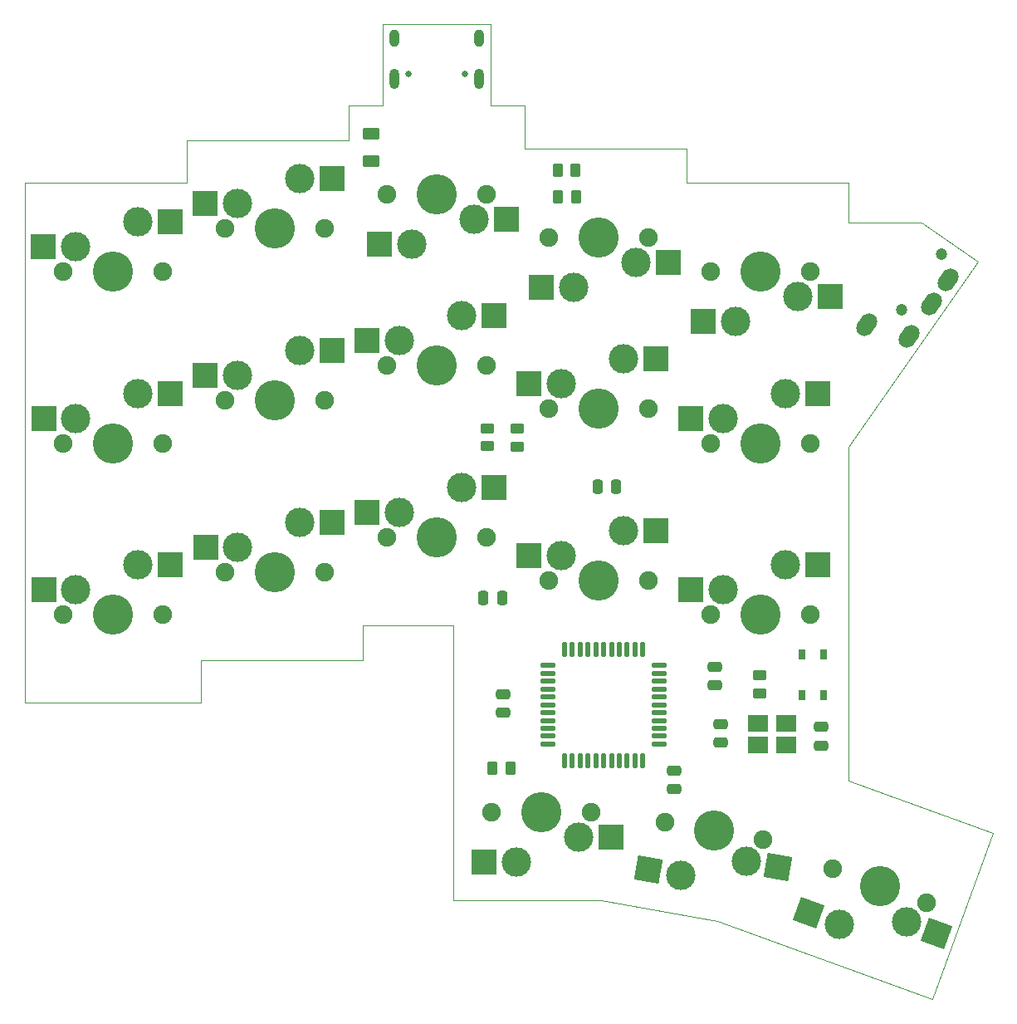
<source format=gbs>
%TF.GenerationSoftware,KiCad,Pcbnew,(6.0.6)*%
%TF.CreationDate,2022-11-13T11:43:50+09:00*%
%TF.ProjectId,split-mini__left,73706c69-742d-46d6-996e-695f5f6c6566,rev?*%
%TF.SameCoordinates,Original*%
%TF.FileFunction,Soldermask,Bot*%
%TF.FilePolarity,Negative*%
%FSLAX46Y46*%
G04 Gerber Fmt 4.6, Leading zero omitted, Abs format (unit mm)*
G04 Created by KiCad (PCBNEW (6.0.6)) date 2022-11-13 11:43:50*
%MOMM*%
%LPD*%
G01*
G04 APERTURE LIST*
G04 Aperture macros list*
%AMRoundRect*
0 Rectangle with rounded corners*
0 $1 Rounding radius*
0 $2 $3 $4 $5 $6 $7 $8 $9 X,Y pos of 4 corners*
0 Add a 4 corners polygon primitive as box body*
4,1,4,$2,$3,$4,$5,$6,$7,$8,$9,$2,$3,0*
0 Add four circle primitives for the rounded corners*
1,1,$1+$1,$2,$3*
1,1,$1+$1,$4,$5*
1,1,$1+$1,$6,$7*
1,1,$1+$1,$8,$9*
0 Add four rect primitives between the rounded corners*
20,1,$1+$1,$2,$3,$4,$5,0*
20,1,$1+$1,$4,$5,$6,$7,0*
20,1,$1+$1,$6,$7,$8,$9,0*
20,1,$1+$1,$8,$9,$2,$3,0*%
%AMHorizOval*
0 Thick line with rounded ends*
0 $1 width*
0 $2 $3 position (X,Y) of the first rounded end (center of the circle)*
0 $4 $5 position (X,Y) of the second rounded end (center of the circle)*
0 Add line between two ends*
20,1,$1,$2,$3,$4,$5,0*
0 Add two circle primitives to create the rounded ends*
1,1,$1,$2,$3*
1,1,$1,$4,$5*%
%AMRotRect*
0 Rectangle, with rotation*
0 The origin of the aperture is its center*
0 $1 length*
0 $2 width*
0 $3 Rotation angle, in degrees counterclockwise*
0 Add horizontal line*
21,1,$1,$2,0,0,$3*%
G04 Aperture macros list end*
%TA.AperFunction,Profile*%
%ADD10C,0.100000*%
%TD*%
%ADD11C,1.900000*%
%ADD12C,3.000000*%
%ADD13C,4.100000*%
%ADD14R,2.550000X2.500000*%
%ADD15C,0.650000*%
%ADD16O,1.000000X1.800000*%
%ADD17O,1.000000X2.100000*%
%ADD18RotRect,2.550000X2.500000X350.000000*%
%ADD19C,1.200000*%
%ADD20HorizOval,1.700000X-0.229431X-0.327661X0.229431X0.327661X0*%
%ADD21RotRect,2.550000X2.500000X340.000000*%
%ADD22RoundRect,0.137500X-0.137500X0.600000X-0.137500X-0.600000X0.137500X-0.600000X0.137500X0.600000X0*%
%ADD23RoundRect,0.137500X-0.600000X0.137500X-0.600000X-0.137500X0.600000X-0.137500X0.600000X0.137500X0*%
%ADD24RoundRect,0.250000X-0.625000X0.375000X-0.625000X-0.375000X0.625000X-0.375000X0.625000X0.375000X0*%
%ADD25RoundRect,0.250000X0.262500X0.450000X-0.262500X0.450000X-0.262500X-0.450000X0.262500X-0.450000X0*%
%ADD26RoundRect,0.250000X-0.262500X-0.450000X0.262500X-0.450000X0.262500X0.450000X-0.262500X0.450000X0*%
%ADD27RoundRect,0.250000X0.250000X0.475000X-0.250000X0.475000X-0.250000X-0.475000X0.250000X-0.475000X0*%
%ADD28RoundRect,0.250000X-0.475000X0.250000X-0.475000X-0.250000X0.475000X-0.250000X0.475000X0.250000X0*%
%ADD29R,0.650000X1.050000*%
%ADD30R,2.100000X1.800000*%
%ADD31RoundRect,0.250000X0.475000X-0.250000X0.475000X0.250000X-0.475000X0.250000X-0.475000X-0.250000X0*%
%ADD32RoundRect,0.250000X0.450000X-0.262500X0.450000X0.262500X-0.450000X0.262500X-0.450000X-0.262500X0*%
%ADD33RoundRect,0.250000X-0.450000X0.262500X-0.450000X-0.262500X0.450000X-0.262500X0.450000X0.262500X0*%
%ADD34RoundRect,0.250000X-0.250000X-0.475000X0.250000X-0.475000X0.250000X0.475000X-0.250000X0.475000X0*%
G04 APERTURE END LIST*
D10*
X116274472Y-100918426D02*
X101550000Y-95559156D01*
X50550000Y-30270000D02*
X34050000Y-30270000D01*
X34050000Y-30270000D02*
X34050000Y-34645000D01*
X109006494Y-38645000D02*
X101550000Y-38645000D01*
X114740558Y-42660035D02*
X101550000Y-61498104D01*
X35550000Y-87645000D02*
X35550000Y-83270000D01*
X88214983Y-109860807D02*
X110118110Y-117832893D01*
X35550000Y-83270000D02*
X52050000Y-83270000D01*
X110118110Y-117832893D02*
X116274472Y-100918426D01*
X68550000Y-31145000D02*
X85050000Y-31145000D01*
X34050000Y-34645000D02*
X17550000Y-34645000D01*
X61275000Y-79770000D02*
X61275000Y-107770000D01*
X61275000Y-107770000D02*
X76357429Y-107770000D01*
X17550000Y-87645000D02*
X35550000Y-87645000D01*
X50550000Y-26770000D02*
X50550000Y-30270000D01*
X101550000Y-95559156D02*
X101550000Y-61498104D01*
X65050000Y-26770000D02*
X68550000Y-26770000D01*
X76357429Y-107770000D02*
X88214983Y-109860807D01*
X65050000Y-26770000D02*
X65050000Y-18470000D01*
X17550000Y-34645000D02*
X17550000Y-87645000D01*
X85050000Y-31145000D02*
X85050000Y-34645000D01*
X109006494Y-38645000D02*
X114740558Y-42660035D01*
X54050000Y-26770000D02*
X54050000Y-18470000D01*
X50550000Y-26770000D02*
X54050000Y-26770000D01*
X54050000Y-18470000D02*
X65050000Y-18470000D01*
X101550000Y-38645000D02*
X101550000Y-34645000D01*
X68550000Y-26770000D02*
X68550000Y-31145000D01*
X101550000Y-34645000D02*
X85050000Y-34645000D01*
X52050000Y-83270000D02*
X52050000Y-79770000D01*
X52050000Y-79770000D02*
X61275000Y-79770000D01*
D11*
%TO.C,SW15*%
X97650000Y-78660000D03*
D12*
X88760000Y-76120000D03*
D13*
X92570000Y-78660000D03*
D11*
X87490000Y-78660000D03*
D12*
X95110000Y-73580000D03*
D14*
X85485000Y-76120000D03*
X98412000Y-73580000D03*
%TD*%
D15*
%TO.C,J1*%
X62450000Y-23520000D03*
X56670000Y-23520000D03*
D16*
X55240000Y-19840000D03*
D17*
X63880000Y-24020000D03*
X55240000Y-24020000D03*
D16*
X63880000Y-19840000D03*
%TD*%
D11*
%TO.C,SW7*%
X37980000Y-56770000D03*
D12*
X39250000Y-54230000D03*
X45600000Y-51690000D03*
D11*
X48140000Y-56770000D03*
D13*
X43060000Y-56770000D03*
D14*
X35975000Y-54230000D03*
X48902000Y-51690000D03*
%TD*%
D11*
%TO.C,SW3*%
X64640000Y-35750000D03*
D12*
X63370000Y-38290000D03*
D11*
X54480000Y-35750000D03*
D13*
X59560000Y-35750000D03*
D12*
X57020000Y-40830000D03*
D14*
X66645000Y-38290000D03*
X53718000Y-40830000D03*
%TD*%
D11*
%TO.C,SW6*%
X31650000Y-61160000D03*
X21490000Y-61160000D03*
D12*
X22760000Y-58620000D03*
D13*
X26570000Y-61160000D03*
D12*
X29110000Y-56080000D03*
D14*
X19485000Y-58620000D03*
X32412000Y-56080000D03*
%TD*%
D11*
%TO.C,SW17*%
X82827177Y-99767867D03*
D12*
X91141051Y-103813011D03*
X84446456Y-105211757D03*
D13*
X87830000Y-100650000D03*
D11*
X92832823Y-101532133D03*
D18*
X94366297Y-104381709D03*
X81194620Y-104638371D03*
%TD*%
D12*
%TO.C,SW14*%
X72230000Y-72590000D03*
X78580000Y-70050000D03*
D11*
X81120000Y-75130000D03*
X70960000Y-75130000D03*
D13*
X76040000Y-75130000D03*
D14*
X68955000Y-72590000D03*
X81882000Y-70050000D03*
%TD*%
D12*
%TO.C,SW9*%
X72240000Y-55110000D03*
D13*
X76050000Y-57650000D03*
D12*
X78590000Y-52570000D03*
D11*
X81130000Y-57650000D03*
X70970000Y-57650000D03*
D14*
X68965000Y-55110000D03*
X81892000Y-52570000D03*
%TD*%
D12*
%TO.C,SW8*%
X55765000Y-50710000D03*
D13*
X59575000Y-53250000D03*
D11*
X64655000Y-53250000D03*
X54495000Y-53250000D03*
D12*
X62115000Y-48170000D03*
D14*
X52490000Y-50710000D03*
X65417000Y-48170000D03*
%TD*%
D19*
%TO.C,J2*%
X107016274Y-47577401D03*
X111031309Y-41843337D03*
D20*
X103403253Y-49076093D03*
X111719091Y-44522321D03*
X109998362Y-46979777D03*
X107704056Y-50256386D03*
%TD*%
D12*
%TO.C,SW10*%
X95090000Y-56070000D03*
D13*
X92550000Y-61150000D03*
D11*
X97630000Y-61150000D03*
D12*
X88740000Y-58610000D03*
D11*
X87470000Y-61150000D03*
D14*
X85465000Y-58610000D03*
X98392000Y-56070000D03*
%TD*%
D11*
%TO.C,SW11*%
X31640000Y-78650000D03*
D12*
X22750000Y-76110000D03*
D13*
X26560000Y-78650000D03*
D12*
X29100000Y-73570000D03*
D11*
X21480000Y-78650000D03*
D14*
X19475000Y-76110000D03*
X32402000Y-73570000D03*
%TD*%
D11*
%TO.C,SW1*%
X31630000Y-43640000D03*
D13*
X26550000Y-43640000D03*
D11*
X21470000Y-43640000D03*
D12*
X22740000Y-41100000D03*
X29090000Y-38560000D03*
D14*
X19465000Y-41100000D03*
X32392000Y-38560000D03*
%TD*%
D12*
%TO.C,SW12*%
X45610000Y-69200000D03*
D11*
X37990000Y-74280000D03*
X48150000Y-74280000D03*
D13*
X43070000Y-74280000D03*
D12*
X39260000Y-71740000D03*
D14*
X35985000Y-71740000D03*
X48912000Y-69200000D03*
%TD*%
D11*
%TO.C,SW5*%
X97655000Y-43640000D03*
D12*
X90035000Y-48720000D03*
X96385000Y-46180000D03*
D13*
X92575000Y-43640000D03*
D11*
X87495000Y-43640000D03*
D14*
X99660000Y-46180000D03*
X86733000Y-48720000D03*
%TD*%
D11*
%TO.C,SW2*%
X48140000Y-39260000D03*
D12*
X39250000Y-36720000D03*
D13*
X43060000Y-39260000D03*
D12*
X45600000Y-34180000D03*
D11*
X37980000Y-39260000D03*
D14*
X35975000Y-36720000D03*
X48902000Y-34180000D03*
%TD*%
D12*
%TO.C,SW13*%
X62110000Y-65700000D03*
D13*
X59570000Y-70780000D03*
D12*
X55760000Y-68240000D03*
D11*
X64650000Y-70780000D03*
X54490000Y-70780000D03*
D14*
X52485000Y-68240000D03*
X65412000Y-65700000D03*
%TD*%
D11*
%TO.C,SW16*%
X65180000Y-98780000D03*
D12*
X67720000Y-103860000D03*
D13*
X70260000Y-98780000D03*
D12*
X74070000Y-101320000D03*
D11*
X75340000Y-98780000D03*
D14*
X77345000Y-101320000D03*
X64418000Y-103860000D03*
%TD*%
D11*
%TO.C,SW4*%
X70980000Y-40170000D03*
X81140000Y-40170000D03*
D13*
X76060000Y-40170000D03*
D12*
X79870000Y-42710000D03*
X73520000Y-45250000D03*
D14*
X83145000Y-42710000D03*
X70218000Y-45250000D03*
%TD*%
D11*
%TO.C,SW18*%
X99966361Y-104552538D03*
X109513639Y-108027462D03*
D13*
X104740000Y-106290000D03*
D12*
X107451498Y-109979916D03*
X100615718Y-110194907D03*
D21*
X110528991Y-111100032D03*
X97512853Y-109065557D03*
%TD*%
D22*
%TO.C,U1*%
X72590000Y-82167500D03*
X73390000Y-82167500D03*
X74190000Y-82167500D03*
X74990000Y-82167500D03*
X75790000Y-82167500D03*
X76590000Y-82167500D03*
X77390000Y-82167500D03*
X78190000Y-82167500D03*
X78990000Y-82167500D03*
X79790000Y-82167500D03*
X80590000Y-82167500D03*
D23*
X82252500Y-83830000D03*
X82252500Y-84630000D03*
X82252500Y-85430000D03*
X82252500Y-86230000D03*
X82252500Y-87030000D03*
X82252500Y-87830000D03*
X82252500Y-88630000D03*
X82252500Y-89430000D03*
X82252500Y-90230000D03*
X82252500Y-91030000D03*
X82252500Y-91830000D03*
D22*
X80590000Y-93492500D03*
X79790000Y-93492500D03*
X78990000Y-93492500D03*
X78190000Y-93492500D03*
X77390000Y-93492500D03*
X76590000Y-93492500D03*
X75790000Y-93492500D03*
X74990000Y-93492500D03*
X74190000Y-93492500D03*
X73390000Y-93492500D03*
X72590000Y-93492500D03*
D23*
X70927500Y-91830000D03*
X70927500Y-91030000D03*
X70927500Y-90230000D03*
X70927500Y-89430000D03*
X70927500Y-88630000D03*
X70927500Y-87830000D03*
X70927500Y-87030000D03*
X70927500Y-86230000D03*
X70927500Y-85430000D03*
X70927500Y-84630000D03*
X70927500Y-83830000D03*
%TD*%
D24*
%TO.C,F1*%
X52860000Y-29620000D03*
X52860000Y-32420000D03*
%TD*%
D25*
%TO.C,R5*%
X67072500Y-94270000D03*
X65247500Y-94270000D03*
%TD*%
D26*
%TO.C,R1*%
X71927500Y-36010000D03*
X73752500Y-36010000D03*
%TD*%
D27*
%TO.C,C5*%
X66210000Y-76910000D03*
X64310000Y-76910000D03*
%TD*%
D28*
%TO.C,C7*%
X88500000Y-89780000D03*
X88500000Y-91680000D03*
%TD*%
D26*
%TO.C,R2*%
X71917500Y-33310000D03*
X73742500Y-33310000D03*
%TD*%
D29*
%TO.C,RESET1*%
X99010000Y-86820000D03*
X99010000Y-82660000D03*
X96850000Y-86820000D03*
X96850000Y-82660000D03*
%TD*%
D30*
%TO.C,Y1*%
X95210000Y-91960000D03*
X92310000Y-91960000D03*
X92310000Y-89760000D03*
X95210000Y-89760000D03*
%TD*%
D28*
%TO.C,C4*%
X66370000Y-86740000D03*
X66370000Y-88640000D03*
%TD*%
D31*
%TO.C,C2*%
X83740000Y-96450000D03*
X83740000Y-94550000D03*
%TD*%
D32*
%TO.C,R6*%
X92540000Y-86662500D03*
X92540000Y-84837500D03*
%TD*%
D28*
%TO.C,C6*%
X98790000Y-90090000D03*
X98790000Y-91990000D03*
%TD*%
D33*
%TO.C,R4*%
X67780000Y-59697500D03*
X67780000Y-61522500D03*
%TD*%
%TO.C,R3*%
X64770000Y-59647500D03*
X64770000Y-61472500D03*
%TD*%
D28*
%TO.C,C3*%
X87890000Y-83940000D03*
X87890000Y-85840000D03*
%TD*%
D34*
%TO.C,C1*%
X75960000Y-65630000D03*
X77860000Y-65630000D03*
%TD*%
M02*

</source>
